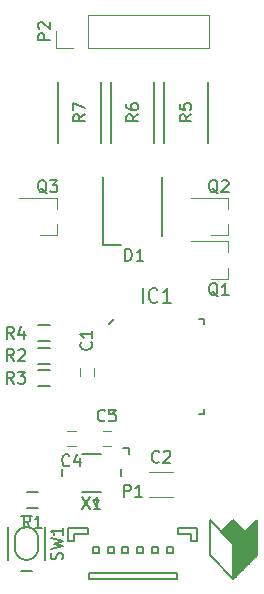
<source format=gto>
G04 #@! TF.FileFunction,Legend,Top*
%FSLAX46Y46*%
G04 Gerber Fmt 4.6, Leading zero omitted, Abs format (unit mm)*
G04 Created by KiCad (PCBNEW 4.0.7) date 07/18/18 10:51:39*
%MOMM*%
%LPD*%
G01*
G04 APERTURE LIST*
%ADD10C,0.100000*%
%ADD11C,0.150000*%
%ADD12C,0.120000*%
G04 APERTURE END LIST*
D10*
D11*
X146250000Y-123475000D02*
X153750000Y-123475000D01*
X153750000Y-123475000D02*
X153750000Y-122975000D01*
X153750000Y-122975000D02*
X146250000Y-122975000D01*
X146250000Y-122975000D02*
X146250000Y-123475000D01*
X144550000Y-120275000D02*
X144550000Y-119175000D01*
X144550000Y-119175000D02*
X146200000Y-119175000D01*
X146200000Y-119175000D02*
X146200000Y-119675000D01*
X146200000Y-119675000D02*
X145050000Y-119675000D01*
X145050000Y-119675000D02*
X145050000Y-120275000D01*
X145050000Y-120275000D02*
X144550000Y-120275000D01*
X155450000Y-120275000D02*
X155450000Y-119175000D01*
X155450000Y-119175000D02*
X153800000Y-119175000D01*
X153800000Y-119175000D02*
X153800000Y-119675000D01*
X153800000Y-119675000D02*
X154950000Y-119675000D01*
X154950000Y-119675000D02*
X154950000Y-120275000D01*
X154950000Y-120275000D02*
X155450000Y-120275000D01*
X146875000Y-117325000D02*
X146625000Y-116825000D01*
X146625000Y-116825000D02*
X147125000Y-116825000D01*
X147125000Y-116825000D02*
X146875000Y-117325000D01*
X146625000Y-120825000D02*
X146625000Y-121325000D01*
X146625000Y-121325000D02*
X147125000Y-121325000D01*
X147125000Y-121325000D02*
X147125000Y-120825000D01*
X147125000Y-120825000D02*
X146625000Y-120825000D01*
X147875000Y-120825000D02*
X147875000Y-121325000D01*
X147875000Y-121325000D02*
X148375000Y-121325000D01*
X148375000Y-121325000D02*
X148375000Y-120825000D01*
X148375000Y-120825000D02*
X147875000Y-120825000D01*
X149125000Y-120825000D02*
X149125000Y-121325000D01*
X149125000Y-121325000D02*
X149625000Y-121325000D01*
X149625000Y-121325000D02*
X149625000Y-120825000D01*
X149625000Y-120825000D02*
X149125000Y-120825000D01*
X150375000Y-120825000D02*
X150375000Y-121325000D01*
X150375000Y-121325000D02*
X150875000Y-121325000D01*
X150875000Y-121325000D02*
X150875000Y-120825000D01*
X150875000Y-120825000D02*
X150375000Y-120825000D01*
X151625000Y-120825000D02*
X151625000Y-121325000D01*
X151625000Y-121325000D02*
X152125000Y-121325000D01*
X152125000Y-121325000D02*
X152125000Y-120825000D01*
X152125000Y-120825000D02*
X151625000Y-120825000D01*
X152875000Y-120825000D02*
X152875000Y-121325000D01*
X152875000Y-121325000D02*
X153375000Y-121325000D01*
X153375000Y-121325000D02*
X153375000Y-120825000D01*
X153375000Y-120825000D02*
X152875000Y-120825000D01*
X148000000Y-101900000D02*
X148400000Y-101500000D01*
X155600000Y-101500000D02*
X156000000Y-101500000D01*
X156000000Y-101500000D02*
X156000000Y-101900000D01*
X148400000Y-109500000D02*
X148000000Y-109500000D01*
X148000000Y-109500000D02*
X148000000Y-109100000D01*
X155600000Y-109500000D02*
X156000000Y-109500000D01*
X156000000Y-109500000D02*
X156000000Y-109100000D01*
D12*
X153400000Y-114475000D02*
X151400000Y-114475000D01*
X151400000Y-116525000D02*
X153400000Y-116525000D01*
X145500000Y-106300000D02*
X145500000Y-105600000D01*
X146700000Y-105600000D02*
X146700000Y-106300000D01*
X146190000Y-78530000D02*
X156470000Y-78530000D01*
X156470000Y-78530000D02*
X156470000Y-75750000D01*
X156470000Y-75750000D02*
X146190000Y-75750000D01*
X146190000Y-75750000D02*
X146190000Y-78530000D01*
X144920000Y-78530000D02*
X143530000Y-78530000D01*
X143530000Y-78530000D02*
X143530000Y-77140000D01*
D11*
X141000000Y-116125000D02*
X142000000Y-116125000D01*
X142000000Y-117475000D02*
X141000000Y-117475000D01*
X140000000Y-120100000D02*
X140000000Y-120900000D01*
X142000000Y-120100000D02*
X142000000Y-120900000D01*
X142000000Y-120100000D02*
G75*
G03X141000000Y-119100000I-1000000J0D01*
G01*
X141000000Y-119100000D02*
G75*
G03X140000000Y-120100000I0J-1000000D01*
G01*
X141000000Y-121900000D02*
G75*
G03X142000000Y-120900000I0J1000000D01*
G01*
X140000000Y-120900000D02*
G75*
G03X141000000Y-121900000I1000000J0D01*
G01*
X141500000Y-122800000D02*
X140500000Y-122800000D01*
X141500000Y-118200000D02*
X140500000Y-118200000D01*
X139400000Y-119100000D02*
X139400000Y-121900000D01*
X142600000Y-119100000D02*
X142600000Y-121900000D01*
D12*
X147450000Y-111000000D02*
X148150000Y-111000000D01*
X148150000Y-112200000D02*
X147450000Y-112200000D01*
X145150000Y-112200000D02*
X144450000Y-112200000D01*
X144450000Y-111000000D02*
X145150000Y-111000000D01*
D11*
X149700000Y-112400000D02*
X149200000Y-112400000D01*
X149700000Y-112900000D02*
X149700000Y-112400000D01*
X144000000Y-114800000D02*
X144000000Y-114200000D01*
X149000000Y-114800000D02*
X149000000Y-114200000D01*
X147300000Y-112900000D02*
X145700000Y-112900000D01*
X147300000Y-116100000D02*
X145700000Y-116100000D01*
D12*
X158060000Y-98080000D02*
X158060000Y-97150000D01*
X158060000Y-94920000D02*
X158060000Y-95850000D01*
X158060000Y-94920000D02*
X154900000Y-94920000D01*
X158060000Y-98080000D02*
X156600000Y-98080000D01*
X158060000Y-94380000D02*
X158060000Y-93450000D01*
X158060000Y-91220000D02*
X158060000Y-92150000D01*
X158060000Y-91220000D02*
X154900000Y-91220000D01*
X158060000Y-94380000D02*
X156600000Y-94380000D01*
X143560000Y-94380000D02*
X143560000Y-93450000D01*
X143560000Y-91220000D02*
X143560000Y-92150000D01*
X143560000Y-91220000D02*
X140400000Y-91220000D01*
X143560000Y-94380000D02*
X142100000Y-94380000D01*
D11*
X143000000Y-105275000D02*
X142000000Y-105275000D01*
X142000000Y-103925000D02*
X143000000Y-103925000D01*
X143000000Y-107175000D02*
X142000000Y-107175000D01*
X142000000Y-105825000D02*
X143000000Y-105825000D01*
X143000000Y-103375000D02*
X142000000Y-103375000D01*
X142000000Y-102025000D02*
X143000000Y-102025000D01*
X156325000Y-81400000D02*
X156325000Y-86600000D01*
X152675000Y-86600000D02*
X152675000Y-81400000D01*
X151825000Y-81400000D02*
X151825000Y-86600000D01*
X148175000Y-86600000D02*
X148175000Y-81400000D01*
X147325000Y-81400000D02*
X147325000Y-86600000D01*
X143675000Y-86600000D02*
X143675000Y-81400000D01*
X147500000Y-95200000D02*
X149000000Y-95200000D01*
X152500000Y-94500000D02*
X152500000Y-89500000D01*
X147500000Y-89500000D02*
X147500000Y-95200000D01*
X159400000Y-119400000D02*
X158400000Y-120400000D01*
X158300000Y-120300000D02*
X159300000Y-119300000D01*
X159200000Y-119200000D02*
X158200000Y-120200000D01*
X158100000Y-120100000D02*
X159100000Y-119100000D01*
X159000000Y-119000000D02*
X158000000Y-120000000D01*
X157900000Y-119900000D02*
X158900000Y-118900000D01*
X158800000Y-118800000D02*
X157800000Y-119800000D01*
X157700000Y-119700000D02*
X158700000Y-118700000D01*
X158600000Y-118600000D02*
X157600000Y-119600000D01*
X160400000Y-118600000D02*
X160400000Y-121600000D01*
X160300000Y-121700000D02*
X160300000Y-118700000D01*
X160200000Y-118800000D02*
X160200000Y-121800000D01*
X160100000Y-121900000D02*
X160100000Y-118900000D01*
X160000000Y-119000000D02*
X160000000Y-122000000D01*
X159900000Y-122100000D02*
X159900000Y-119100000D01*
X159800000Y-119200000D02*
X159800000Y-122200000D01*
X159700000Y-122300000D02*
X159700000Y-119300000D01*
X159600000Y-119400000D02*
X159600000Y-122400000D01*
X159500000Y-122500000D02*
X159500000Y-119500000D01*
X159400000Y-119600000D02*
X159400000Y-122500000D01*
X159300000Y-122700000D02*
X159300000Y-119700000D01*
X159200000Y-119800000D02*
X159200000Y-122800000D01*
X159100000Y-122900000D02*
X159100000Y-119900000D01*
X159000000Y-120000000D02*
X159000000Y-123000000D01*
X158900000Y-123100000D02*
X158900000Y-120100000D01*
X158800000Y-120200000D02*
X158800000Y-123200000D01*
X158700000Y-123300000D02*
X158700000Y-120300000D01*
X158600000Y-120400000D02*
X158600000Y-123400000D01*
X156500000Y-118500000D02*
X158500000Y-120500000D01*
X158500000Y-120500000D02*
X158500000Y-123500000D01*
X158500000Y-123500000D02*
X156500000Y-121500000D01*
X156500000Y-121500000D02*
X156500000Y-118500000D01*
X160500000Y-118500000D02*
X158500000Y-120500000D01*
X158500000Y-120500000D02*
X158500000Y-123500000D01*
X158500000Y-123500000D02*
X160500000Y-121500000D01*
X160500000Y-121500000D02*
X160500000Y-118500000D01*
X158500000Y-118500000D02*
X157500000Y-119500000D01*
X157500000Y-119500000D02*
X158500000Y-120500000D01*
X158500000Y-120500000D02*
X159500000Y-119500000D01*
X159500000Y-119500000D02*
X158500000Y-118500000D01*
X149261905Y-116527381D02*
X149261905Y-115527381D01*
X149642858Y-115527381D01*
X149738096Y-115575000D01*
X149785715Y-115622619D01*
X149833334Y-115717857D01*
X149833334Y-115860714D01*
X149785715Y-115955952D01*
X149738096Y-116003571D01*
X149642858Y-116051190D01*
X149261905Y-116051190D01*
X150785715Y-116527381D02*
X150214286Y-116527381D01*
X150500000Y-116527381D02*
X150500000Y-115527381D01*
X150404762Y-115670238D01*
X150309524Y-115765476D01*
X150214286Y-115813095D01*
X150828571Y-100092857D02*
X150828571Y-98892857D01*
X152085715Y-99978571D02*
X152028572Y-100035714D01*
X151857143Y-100092857D01*
X151742857Y-100092857D01*
X151571429Y-100035714D01*
X151457143Y-99921429D01*
X151400000Y-99807143D01*
X151342857Y-99578571D01*
X151342857Y-99407143D01*
X151400000Y-99178571D01*
X151457143Y-99064286D01*
X151571429Y-98950000D01*
X151742857Y-98892857D01*
X151857143Y-98892857D01*
X152028572Y-98950000D01*
X152085715Y-99007143D01*
X153228572Y-100092857D02*
X152542857Y-100092857D01*
X152885715Y-100092857D02*
X152885715Y-98892857D01*
X152771429Y-99064286D01*
X152657143Y-99178571D01*
X152542857Y-99235714D01*
X152233334Y-113557143D02*
X152185715Y-113604762D01*
X152042858Y-113652381D01*
X151947620Y-113652381D01*
X151804762Y-113604762D01*
X151709524Y-113509524D01*
X151661905Y-113414286D01*
X151614286Y-113223810D01*
X151614286Y-113080952D01*
X151661905Y-112890476D01*
X151709524Y-112795238D01*
X151804762Y-112700000D01*
X151947620Y-112652381D01*
X152042858Y-112652381D01*
X152185715Y-112700000D01*
X152233334Y-112747619D01*
X152614286Y-112747619D02*
X152661905Y-112700000D01*
X152757143Y-112652381D01*
X152995239Y-112652381D01*
X153090477Y-112700000D01*
X153138096Y-112747619D01*
X153185715Y-112842857D01*
X153185715Y-112938095D01*
X153138096Y-113080952D01*
X152566667Y-113652381D01*
X153185715Y-113652381D01*
X146457143Y-103466666D02*
X146504762Y-103514285D01*
X146552381Y-103657142D01*
X146552381Y-103752380D01*
X146504762Y-103895238D01*
X146409524Y-103990476D01*
X146314286Y-104038095D01*
X146123810Y-104085714D01*
X145980952Y-104085714D01*
X145790476Y-104038095D01*
X145695238Y-103990476D01*
X145600000Y-103895238D01*
X145552381Y-103752380D01*
X145552381Y-103657142D01*
X145600000Y-103514285D01*
X145647619Y-103466666D01*
X146552381Y-102514285D02*
X146552381Y-103085714D01*
X146552381Y-102800000D02*
X145552381Y-102800000D01*
X145695238Y-102895238D01*
X145790476Y-102990476D01*
X145838095Y-103085714D01*
X142982381Y-77878095D02*
X141982381Y-77878095D01*
X141982381Y-77497142D01*
X142030000Y-77401904D01*
X142077619Y-77354285D01*
X142172857Y-77306666D01*
X142315714Y-77306666D01*
X142410952Y-77354285D01*
X142458571Y-77401904D01*
X142506190Y-77497142D01*
X142506190Y-77878095D01*
X142077619Y-76925714D02*
X142030000Y-76878095D01*
X141982381Y-76782857D01*
X141982381Y-76544761D01*
X142030000Y-76449523D01*
X142077619Y-76401904D01*
X142172857Y-76354285D01*
X142268095Y-76354285D01*
X142410952Y-76401904D01*
X142982381Y-76973333D01*
X142982381Y-76354285D01*
X141333334Y-119152381D02*
X141000000Y-118676190D01*
X140761905Y-119152381D02*
X140761905Y-118152381D01*
X141142858Y-118152381D01*
X141238096Y-118200000D01*
X141285715Y-118247619D01*
X141333334Y-118342857D01*
X141333334Y-118485714D01*
X141285715Y-118580952D01*
X141238096Y-118628571D01*
X141142858Y-118676190D01*
X140761905Y-118676190D01*
X142285715Y-119152381D02*
X141714286Y-119152381D01*
X142000000Y-119152381D02*
X142000000Y-118152381D01*
X141904762Y-118295238D01*
X141809524Y-118390476D01*
X141714286Y-118438095D01*
X144004762Y-121833333D02*
X144052381Y-121690476D01*
X144052381Y-121452380D01*
X144004762Y-121357142D01*
X143957143Y-121309523D01*
X143861905Y-121261904D01*
X143766667Y-121261904D01*
X143671429Y-121309523D01*
X143623810Y-121357142D01*
X143576190Y-121452380D01*
X143528571Y-121642857D01*
X143480952Y-121738095D01*
X143433333Y-121785714D01*
X143338095Y-121833333D01*
X143242857Y-121833333D01*
X143147619Y-121785714D01*
X143100000Y-121738095D01*
X143052381Y-121642857D01*
X143052381Y-121404761D01*
X143100000Y-121261904D01*
X143052381Y-120928571D02*
X144052381Y-120690476D01*
X143338095Y-120499999D01*
X144052381Y-120309523D01*
X143052381Y-120071428D01*
X144052381Y-119166666D02*
X144052381Y-119738095D01*
X144052381Y-119452381D02*
X143052381Y-119452381D01*
X143195238Y-119547619D01*
X143290476Y-119642857D01*
X143338095Y-119738095D01*
X147633334Y-110057143D02*
X147585715Y-110104762D01*
X147442858Y-110152381D01*
X147347620Y-110152381D01*
X147204762Y-110104762D01*
X147109524Y-110009524D01*
X147061905Y-109914286D01*
X147014286Y-109723810D01*
X147014286Y-109580952D01*
X147061905Y-109390476D01*
X147109524Y-109295238D01*
X147204762Y-109200000D01*
X147347620Y-109152381D01*
X147442858Y-109152381D01*
X147585715Y-109200000D01*
X147633334Y-109247619D01*
X147966667Y-109152381D02*
X148585715Y-109152381D01*
X148252381Y-109533333D01*
X148395239Y-109533333D01*
X148490477Y-109580952D01*
X148538096Y-109628571D01*
X148585715Y-109723810D01*
X148585715Y-109961905D01*
X148538096Y-110057143D01*
X148490477Y-110104762D01*
X148395239Y-110152381D01*
X148109524Y-110152381D01*
X148014286Y-110104762D01*
X147966667Y-110057143D01*
X144633334Y-113857143D02*
X144585715Y-113904762D01*
X144442858Y-113952381D01*
X144347620Y-113952381D01*
X144204762Y-113904762D01*
X144109524Y-113809524D01*
X144061905Y-113714286D01*
X144014286Y-113523810D01*
X144014286Y-113380952D01*
X144061905Y-113190476D01*
X144109524Y-113095238D01*
X144204762Y-113000000D01*
X144347620Y-112952381D01*
X144442858Y-112952381D01*
X144585715Y-113000000D01*
X144633334Y-113047619D01*
X145490477Y-113285714D02*
X145490477Y-113952381D01*
X145252381Y-112904762D02*
X145014286Y-113619048D01*
X145633334Y-113619048D01*
X145690476Y-116552381D02*
X146357143Y-117552381D01*
X146357143Y-116552381D02*
X145690476Y-117552381D01*
X147261905Y-117552381D02*
X146690476Y-117552381D01*
X146976190Y-117552381D02*
X146976190Y-116552381D01*
X146880952Y-116695238D01*
X146785714Y-116790476D01*
X146690476Y-116838095D01*
X157204762Y-99547619D02*
X157109524Y-99500000D01*
X157014286Y-99404762D01*
X156871429Y-99261905D01*
X156776190Y-99214286D01*
X156680952Y-99214286D01*
X156728571Y-99452381D02*
X156633333Y-99404762D01*
X156538095Y-99309524D01*
X156490476Y-99119048D01*
X156490476Y-98785714D01*
X156538095Y-98595238D01*
X156633333Y-98500000D01*
X156728571Y-98452381D01*
X156919048Y-98452381D01*
X157014286Y-98500000D01*
X157109524Y-98595238D01*
X157157143Y-98785714D01*
X157157143Y-99119048D01*
X157109524Y-99309524D01*
X157014286Y-99404762D01*
X156919048Y-99452381D01*
X156728571Y-99452381D01*
X158109524Y-99452381D02*
X157538095Y-99452381D01*
X157823809Y-99452381D02*
X157823809Y-98452381D01*
X157728571Y-98595238D01*
X157633333Y-98690476D01*
X157538095Y-98738095D01*
X157204762Y-90847619D02*
X157109524Y-90800000D01*
X157014286Y-90704762D01*
X156871429Y-90561905D01*
X156776190Y-90514286D01*
X156680952Y-90514286D01*
X156728571Y-90752381D02*
X156633333Y-90704762D01*
X156538095Y-90609524D01*
X156490476Y-90419048D01*
X156490476Y-90085714D01*
X156538095Y-89895238D01*
X156633333Y-89800000D01*
X156728571Y-89752381D01*
X156919048Y-89752381D01*
X157014286Y-89800000D01*
X157109524Y-89895238D01*
X157157143Y-90085714D01*
X157157143Y-90419048D01*
X157109524Y-90609524D01*
X157014286Y-90704762D01*
X156919048Y-90752381D01*
X156728571Y-90752381D01*
X157538095Y-89847619D02*
X157585714Y-89800000D01*
X157680952Y-89752381D01*
X157919048Y-89752381D01*
X158014286Y-89800000D01*
X158061905Y-89847619D01*
X158109524Y-89942857D01*
X158109524Y-90038095D01*
X158061905Y-90180952D01*
X157490476Y-90752381D01*
X158109524Y-90752381D01*
X142704762Y-90847619D02*
X142609524Y-90800000D01*
X142514286Y-90704762D01*
X142371429Y-90561905D01*
X142276190Y-90514286D01*
X142180952Y-90514286D01*
X142228571Y-90752381D02*
X142133333Y-90704762D01*
X142038095Y-90609524D01*
X141990476Y-90419048D01*
X141990476Y-90085714D01*
X142038095Y-89895238D01*
X142133333Y-89800000D01*
X142228571Y-89752381D01*
X142419048Y-89752381D01*
X142514286Y-89800000D01*
X142609524Y-89895238D01*
X142657143Y-90085714D01*
X142657143Y-90419048D01*
X142609524Y-90609524D01*
X142514286Y-90704762D01*
X142419048Y-90752381D01*
X142228571Y-90752381D01*
X142990476Y-89752381D02*
X143609524Y-89752381D01*
X143276190Y-90133333D01*
X143419048Y-90133333D01*
X143514286Y-90180952D01*
X143561905Y-90228571D01*
X143609524Y-90323810D01*
X143609524Y-90561905D01*
X143561905Y-90657143D01*
X143514286Y-90704762D01*
X143419048Y-90752381D01*
X143133333Y-90752381D01*
X143038095Y-90704762D01*
X142990476Y-90657143D01*
X139933334Y-105052381D02*
X139600000Y-104576190D01*
X139361905Y-105052381D02*
X139361905Y-104052381D01*
X139742858Y-104052381D01*
X139838096Y-104100000D01*
X139885715Y-104147619D01*
X139933334Y-104242857D01*
X139933334Y-104385714D01*
X139885715Y-104480952D01*
X139838096Y-104528571D01*
X139742858Y-104576190D01*
X139361905Y-104576190D01*
X140314286Y-104147619D02*
X140361905Y-104100000D01*
X140457143Y-104052381D01*
X140695239Y-104052381D01*
X140790477Y-104100000D01*
X140838096Y-104147619D01*
X140885715Y-104242857D01*
X140885715Y-104338095D01*
X140838096Y-104480952D01*
X140266667Y-105052381D01*
X140885715Y-105052381D01*
X139933334Y-106952381D02*
X139600000Y-106476190D01*
X139361905Y-106952381D02*
X139361905Y-105952381D01*
X139742858Y-105952381D01*
X139838096Y-106000000D01*
X139885715Y-106047619D01*
X139933334Y-106142857D01*
X139933334Y-106285714D01*
X139885715Y-106380952D01*
X139838096Y-106428571D01*
X139742858Y-106476190D01*
X139361905Y-106476190D01*
X140266667Y-105952381D02*
X140885715Y-105952381D01*
X140552381Y-106333333D01*
X140695239Y-106333333D01*
X140790477Y-106380952D01*
X140838096Y-106428571D01*
X140885715Y-106523810D01*
X140885715Y-106761905D01*
X140838096Y-106857143D01*
X140790477Y-106904762D01*
X140695239Y-106952381D01*
X140409524Y-106952381D01*
X140314286Y-106904762D01*
X140266667Y-106857143D01*
X139933334Y-103152381D02*
X139600000Y-102676190D01*
X139361905Y-103152381D02*
X139361905Y-102152381D01*
X139742858Y-102152381D01*
X139838096Y-102200000D01*
X139885715Y-102247619D01*
X139933334Y-102342857D01*
X139933334Y-102485714D01*
X139885715Y-102580952D01*
X139838096Y-102628571D01*
X139742858Y-102676190D01*
X139361905Y-102676190D01*
X140790477Y-102485714D02*
X140790477Y-103152381D01*
X140552381Y-102104762D02*
X140314286Y-102819048D01*
X140933334Y-102819048D01*
X154952381Y-84166666D02*
X154476190Y-84500000D01*
X154952381Y-84738095D02*
X153952381Y-84738095D01*
X153952381Y-84357142D01*
X154000000Y-84261904D01*
X154047619Y-84214285D01*
X154142857Y-84166666D01*
X154285714Y-84166666D01*
X154380952Y-84214285D01*
X154428571Y-84261904D01*
X154476190Y-84357142D01*
X154476190Y-84738095D01*
X153952381Y-83261904D02*
X153952381Y-83738095D01*
X154428571Y-83785714D01*
X154380952Y-83738095D01*
X154333333Y-83642857D01*
X154333333Y-83404761D01*
X154380952Y-83309523D01*
X154428571Y-83261904D01*
X154523810Y-83214285D01*
X154761905Y-83214285D01*
X154857143Y-83261904D01*
X154904762Y-83309523D01*
X154952381Y-83404761D01*
X154952381Y-83642857D01*
X154904762Y-83738095D01*
X154857143Y-83785714D01*
X150452381Y-84166666D02*
X149976190Y-84500000D01*
X150452381Y-84738095D02*
X149452381Y-84738095D01*
X149452381Y-84357142D01*
X149500000Y-84261904D01*
X149547619Y-84214285D01*
X149642857Y-84166666D01*
X149785714Y-84166666D01*
X149880952Y-84214285D01*
X149928571Y-84261904D01*
X149976190Y-84357142D01*
X149976190Y-84738095D01*
X149452381Y-83309523D02*
X149452381Y-83500000D01*
X149500000Y-83595238D01*
X149547619Y-83642857D01*
X149690476Y-83738095D01*
X149880952Y-83785714D01*
X150261905Y-83785714D01*
X150357143Y-83738095D01*
X150404762Y-83690476D01*
X150452381Y-83595238D01*
X150452381Y-83404761D01*
X150404762Y-83309523D01*
X150357143Y-83261904D01*
X150261905Y-83214285D01*
X150023810Y-83214285D01*
X149928571Y-83261904D01*
X149880952Y-83309523D01*
X149833333Y-83404761D01*
X149833333Y-83595238D01*
X149880952Y-83690476D01*
X149928571Y-83738095D01*
X150023810Y-83785714D01*
X145952381Y-84166666D02*
X145476190Y-84500000D01*
X145952381Y-84738095D02*
X144952381Y-84738095D01*
X144952381Y-84357142D01*
X145000000Y-84261904D01*
X145047619Y-84214285D01*
X145142857Y-84166666D01*
X145285714Y-84166666D01*
X145380952Y-84214285D01*
X145428571Y-84261904D01*
X145476190Y-84357142D01*
X145476190Y-84738095D01*
X144952381Y-83833333D02*
X144952381Y-83166666D01*
X145952381Y-83595238D01*
X149361905Y-96552381D02*
X149361905Y-95552381D01*
X149600000Y-95552381D01*
X149742858Y-95600000D01*
X149838096Y-95695238D01*
X149885715Y-95790476D01*
X149933334Y-95980952D01*
X149933334Y-96123810D01*
X149885715Y-96314286D01*
X149838096Y-96409524D01*
X149742858Y-96504762D01*
X149600000Y-96552381D01*
X149361905Y-96552381D01*
X150885715Y-96552381D02*
X150314286Y-96552381D01*
X150600000Y-96552381D02*
X150600000Y-95552381D01*
X150504762Y-95695238D01*
X150409524Y-95790476D01*
X150314286Y-95838095D01*
M02*

</source>
